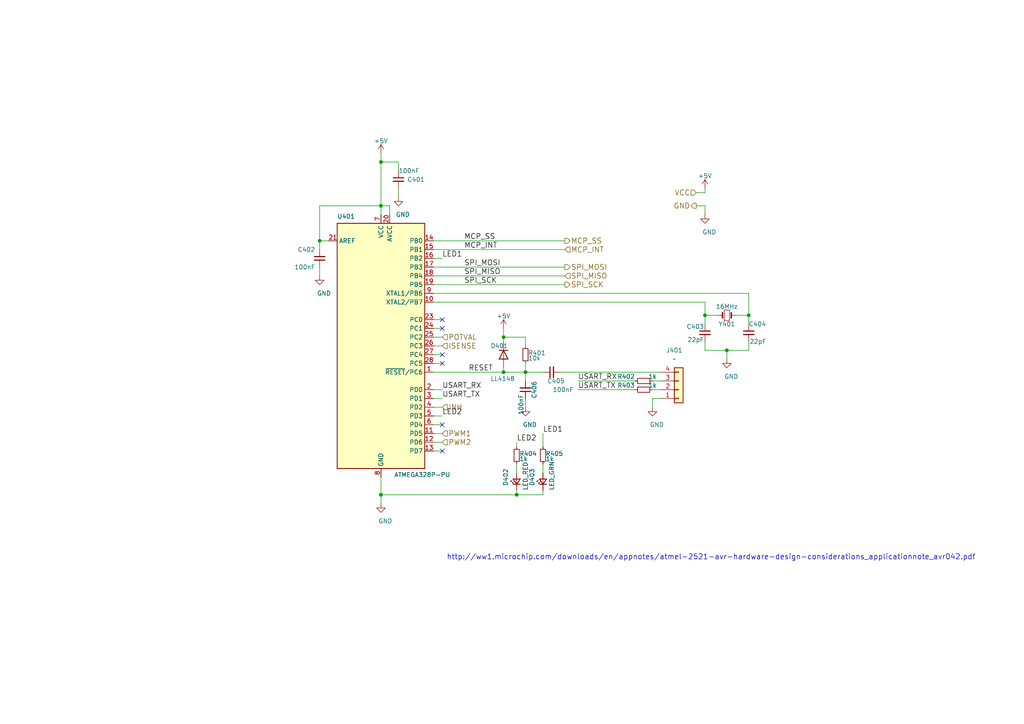
<source format=kicad_sch>
(kicad_sch (version 20211123) (generator eeschema)
  (paper "A4")
  (lib_symbols
    (symbol "Connector_Generic:Conn_01x04" (pin_names (offset 1.016) hide)
      (property "Reference" "J" (at 0 5.08 0))
      (property "Value" "Conn_01x04" (at 0 -7.62 0))
      (symbol "Conn_01x04_1_1"
        (rectangle (start -1.27 -4.953) (end 0 -5.207) (stroke (width 0.1524)))
        (rectangle (start -1.27 -2.413) (end 0 -2.667) (stroke (width 0.1524)))
        (rectangle (start -1.27 0.127) (end 0 -0.127) (stroke (width 0.1524)))
        (rectangle (start -1.27 2.667) (end 0 2.413) (stroke (width 0.1524)))
        (rectangle (start -1.27 3.81) (end 1.27 -6.35) (stroke (width 0.254)) (fill (type background)))
        (pin passive line (at -5.08 2.54 0) (length 3.81) (name "Pin_1") (number "1"))
        (pin passive line (at -5.08 0 0) (length 3.81) (name "Pin_2") (number "2"))
        (pin passive line (at -5.08 -2.54 0) (length 3.81) (name "Pin_3") (number "3"))
        (pin passive line (at -5.08 -5.08 0) (length 3.81) (name "Pin_4") (number "4"))
      )
    )
    (symbol "Device:C_Small" (pin_numbers hide) (pin_names (offset 0.254) hide)
      (property "Reference" "C" (at 0.254 1.778 0))
      (property "Value" "C_Small" (at 0.254 -2.032 0))
      (symbol "C_Small_0_1"
        (polyline (pts (xy -1.524 -0.508) (xy 1.524 -0.508)) (stroke (width 0.3302)))
        (polyline (pts (xy -1.524 0.508) (xy 1.524 0.508)) (stroke (width 0.3048)))
      )
      (symbol "C_Small_1_1"
        (pin passive line (at 0 2.54 270) (length 2.032) (name "~") (number "1"))
        (pin passive line (at 0 -2.54 90) (length 2.032) (name "~") (number "2"))
      )
    )
    (symbol "Device:Crystal_Small" (pin_numbers hide) (pin_names (offset 1.016) hide)
      (property "Reference" "Y" (at 0 2.54 0))
      (property "Value" "Crystal_Small" (at 0 -2.54 0))
      (symbol "Crystal_Small_0_1"
        (rectangle (start -0.762 -1.524) (end 0.762 1.524))
        (polyline (pts (xy -1.27 -0.762) (xy -1.27 0.762)) (stroke (width 0.381)))
        (polyline (pts (xy 1.27 -0.762) (xy 1.27 0.762)) (stroke (width 0.381)))
      )
      (symbol "Crystal_Small_1_1"
        (pin passive line (at -2.54 0 0) (length 1.27) (name "1") (number "1"))
        (pin passive line (at 2.54 0 180) (length 1.27) (name "2") (number "2"))
      )
    )
    (symbol "Device:LED_Small" (pin_numbers hide) (pin_names (offset 0.254) hide)
      (property "Reference" "D" (at -1.27 3.175 0))
      (property "Value" "LED_Small" (at -4.445 -2.54 0))
      (symbol "LED_Small_0_1"
        (polyline (pts (xy -0.762 -1.016) (xy -0.762 1.016)) (stroke (width 0.254)))
        (polyline (pts (xy 1.016 0) (xy -0.762 0)))
        (polyline (pts (xy 0.762 -1.016) (xy -0.762 0) (xy 0.762 1.016) (xy 0.762 -1.016)) (stroke (width 0.254)))
        (polyline (pts (xy 0 0.762) (xy -0.508 1.27) (xy -0.254 1.27) (xy -0.508 1.27) (xy -0.508 1.016)))
        (polyline (pts (xy 0.508 1.27) (xy 0 1.778) (xy 0.254 1.778) (xy 0 1.778) (xy 0 1.524)))
      )
      (symbol "LED_Small_1_1"
        (pin passive line (at -2.54 0 0) (length 1.778) (name "K") (number "1"))
        (pin passive line (at 2.54 0 180) (length 1.778) (name "A") (number "2"))
      )
    )
    (symbol "Device:R_Small" (pin_numbers hide) (pin_names (offset 0.254) hide)
      (property "Reference" "R" (at 0.762 0.508 0))
      (property "Value" "R_Small" (at 0.762 -1.016 0))
      (symbol "R_Small_0_1"
        (rectangle (start -0.762 1.778) (end 0.762 -1.778) (stroke (width 0.2032)))
      )
      (symbol "R_Small_1_1"
        (pin passive line (at 0 2.54 270) (length 0.762) (name "~") (number "1"))
        (pin passive line (at 0 -2.54 90) (length 0.762) (name "~") (number "2"))
      )
    )
    (symbol "Diode:LL4148" (pin_numbers hide) (pin_names (offset 1.016) hide)
      (property "Reference" "D" (at 0 2.54 0))
      (property "Value" "LL4148" (at 0 -2.54 0))
      (symbol "LL4148_0_1"
        (polyline (pts (xy -1.27 1.27) (xy -1.27 -1.27)) (stroke (width 0.254)))
        (polyline (pts (xy 1.27 0) (xy -1.27 0)))
        (polyline (pts (xy 1.27 1.27) (xy 1.27 -1.27) (xy -1.27 0) (xy 1.27 1.27)) (stroke (width 0.254)))
      )
      (symbol "LL4148_1_1"
        (pin passive line (at -3.81 0 0) (length 2.54) (name "K") (number "1"))
        (pin passive line (at 3.81 0 180) (length 2.54) (name "A") (number "2"))
      )
    )
    (symbol "basicsensormodule-rescue:ATmega328P-PU-MCU_Microchip_ATmega"
      (property "Reference" "U" (at -12.7 36.83 0))
      (property "Value" "ATmega328P-PU-MCU_Microchip_ATmega" (at 2.54 -36.83 0))
      (symbol "ATmega328P-PU-MCU_Microchip_ATmega_0_1"
        (rectangle (start -12.7 -35.56) (end 12.7 35.56) (stroke (width 0.254)) (fill (type background)))
      )
      (symbol "ATmega328P-PU-MCU_Microchip_ATmega_1_1"
        (pin tri_state line (at 15.24 -7.62 180) (length 2.54) (name "~{RESET}/PC6") (number "1"))
        (pin tri_state line (at 15.24 12.7 180) (length 2.54) (name "XTAL2/PB7") (number "10"))
        (pin tri_state line (at 15.24 -25.4 180) (length 2.54) (name "PD5") (number "11"))
        (pin tri_state line (at 15.24 -27.94 180) (length 2.54) (name "PD6") (number "12"))
        (pin tri_state line (at 15.24 -30.48 180) (length 2.54) (name "PD7") (number "13"))
        (pin tri_state line (at 15.24 30.48 180) (length 2.54) (name "PB0") (number "14"))
        (pin tri_state line (at 15.24 27.94 180) (length 2.54) (name "PB1") (number "15"))
        (pin tri_state line (at 15.24 25.4 180) (length 2.54) (name "PB2") (number "16"))
        (pin tri_state line (at 15.24 22.86 180) (length 2.54) (name "PB3") (number "17"))
        (pin tri_state line (at 15.24 20.32 180) (length 2.54) (name "PB4") (number "18"))
        (pin tri_state line (at 15.24 17.78 180) (length 2.54) (name "PB5") (number "19"))
        (pin tri_state line (at 15.24 -12.7 180) (length 2.54) (name "PD0") (number "2"))
        (pin power_in line (at 2.54 38.1 270) (length 2.54) (name "AVCC") (number "20"))
        (pin passive line (at -15.24 30.48 0) (length 2.54) (name "AREF") (number "21"))
        (pin passive line (at 0 -38.1 90) (length 2.54) hide (name "GND") (number "22"))
        (pin tri_state line (at 15.24 7.62 180) (length 2.54) (name "PC0") (number "23"))
        (pin tri_state line (at 15.24 5.08 180) (length 2.54) (name "PC1") (number "24"))
        (pin tri_state line (at 15.24 2.54 180) (length 2.54) (name "PC2") (number "25"))
        (pin tri_state line (at 15.24 0 180) (length 2.54) (name "PC3") (number "26"))
        (pin tri_state line (at 15.24 -2.54 180) (length 2.54) (name "PC4") (number "27"))
        (pin tri_state line (at 15.24 -5.08 180) (length 2.54) (name "PC5") (number "28"))
        (pin tri_state line (at 15.24 -15.24 180) (length 2.54) (name "PD1") (number "3"))
        (pin tri_state line (at 15.24 -17.78 180) (length 2.54) (name "PD2") (number "4"))
        (pin tri_state line (at 15.24 -20.32 180) (length 2.54) (name "PD3") (number "5"))
        (pin tri_state line (at 15.24 -22.86 180) (length 2.54) (name "PD4") (number "6"))
        (pin power_in line (at 0 38.1 270) (length 2.54) (name "VCC") (number "7"))
        (pin power_in line (at 0 -38.1 90) (length 2.54) (name "GND") (number "8"))
        (pin tri_state line (at 15.24 15.24 180) (length 2.54) (name "XTAL1/PB6") (number "9"))
      )
    )
    (symbol "power:+5V" (power) (pin_names (offset 0))
      (property "Value" "+5V" (at 0 3.556 0))
      (symbol "+5V_0_1"
        (polyline (pts (xy -0.762 1.27) (xy 0 2.54)))
        (polyline (pts (xy 0 0) (xy 0 2.54)))
        (polyline (pts (xy 0 2.54) (xy 0.762 1.27)))
      )
      (symbol "+5V_1_1"
        (pin power_in line (at 0 0 90) (length 0) hide (name "+5V") (number "1"))
      )
    )
    (symbol "power:GND" (power) (pin_names (offset 0))
      (property "Value" "GND" (at 0 -3.81 0))
      (symbol "GND_0_1"
        (polyline (pts (xy 0 0) (xy 0 -1.27) (xy 1.27 -1.27) (xy 0 -2.54) (xy -1.27 -1.27) (xy 0 -1.27)))
      )
      (symbol "GND_1_1"
        (pin power_in line (at 0 0 270) (length 0) hide (name "GND") (number "1"))
      )
    )
  )
  (junction (at 146.05 97.79))
  (junction (at 146.05 107.95))
  (junction (at 204.47 91.44))
  (junction (at 149.86 143.51))
  (junction (at 152.4 107.95))
  (junction (at 210.82 101.6))
  (junction (at 110.49 46.99))
  (junction (at 92.71 69.85))
  (junction (at 217.17 91.44))
  (junction (at 110.49 59.69))
  (junction (at 110.49 143.51))
  (no_connect (at 128.27 95.25))
  (no_connect (at 128.27 105.41))
  (no_connect (at 128.27 92.71))
  (no_connect (at 128.27 130.81))
  (no_connect (at 128.27 102.87))
  (no_connect (at 128.27 123.19))
  (wire (pts (xy 146.05 99.06) (xy 146.05 97.79)))
  (wire (pts (xy 204.47 101.6) (xy 204.47 99.06)))
  (wire (pts (xy 128.27 74.93) (xy 125.73 74.93)))
  (wire (pts (xy 149.86 128.27) (xy 149.86 129.54)))
  (wire (pts (xy 125.73 87.63) (xy 204.47 87.63)))
  (wire (pts (xy 125.73 113.03) (xy 128.27 113.03)))
  (wire (pts (xy 163.83 69.85) (xy 125.73 69.85)))
  (wire (pts (xy 217.17 101.6) (xy 217.17 99.06)))
  (wire (pts (xy 204.47 55.88) (xy 204.47 54.61)))
  (wire (pts (xy 92.71 77.47) (xy 92.71 80.01)))
  (wire (pts (xy 157.48 142.24) (xy 157.48 143.51)))
  (wire (pts (xy 125.73 123.19) (xy 128.27 123.19)))
  (wire (pts (xy 217.17 85.09) (xy 217.17 91.44)))
  (wire (pts (xy 210.82 104.14) (xy 210.82 101.6)))
  (wire (pts (xy 115.57 49.53) (xy 115.57 46.99)))
  (wire (pts (xy 125.73 130.81) (xy 128.27 130.81)))
  (wire (pts (xy 128.27 125.73) (xy 125.73 125.73)))
  (wire (pts (xy 162.56 107.95) (xy 191.77 107.95)))
  (wire (pts (xy 125.73 72.39) (xy 163.83 72.39)))
  (wire (pts (xy 128.27 128.27) (xy 125.73 128.27)))
  (wire (pts (xy 167.64 113.03) (xy 184.15 113.03)))
  (wire (pts (xy 152.4 115.57) (xy 152.4 118.11)))
  (wire (pts (xy 152.4 105.41) (xy 152.4 107.95)))
  (wire (pts (xy 146.05 107.95) (xy 152.4 107.95)))
  (wire (pts (xy 201.93 55.88) (xy 204.47 55.88)))
  (wire (pts (xy 110.49 46.99) (xy 110.49 59.69)))
  (wire (pts (xy 125.73 107.95) (xy 146.05 107.95)))
  (wire (pts (xy 115.57 46.99) (xy 110.49 46.99)))
  (wire (pts (xy 128.27 115.57) (xy 125.73 115.57)))
  (wire (pts (xy 92.71 59.69) (xy 92.71 69.85)))
  (wire (pts (xy 146.05 97.79) (xy 152.4 97.79)))
  (wire (pts (xy 163.83 80.01) (xy 125.73 80.01)))
  (wire (pts (xy 201.93 59.69) (xy 204.47 59.69)))
  (wire (pts (xy 125.73 100.33) (xy 128.27 100.33)))
  (wire (pts (xy 152.4 107.95) (xy 152.4 110.49)))
  (wire (pts (xy 208.28 91.44) (xy 204.47 91.44)))
  (wire (pts (xy 110.49 59.69) (xy 92.71 59.69)))
  (wire (pts (xy 110.49 143.51) (xy 110.49 146.05)))
  (wire (pts (xy 125.73 102.87) (xy 128.27 102.87)))
  (wire (pts (xy 210.82 101.6) (xy 217.17 101.6)))
  (wire (pts (xy 217.17 91.44) (xy 213.36 91.44)))
  (wire (pts (xy 189.23 115.57) (xy 191.77 115.57)))
  (wire (pts (xy 110.49 59.69) (xy 113.03 59.69)))
  (wire (pts (xy 125.73 85.09) (xy 217.17 85.09)))
  (wire (pts (xy 110.49 138.43) (xy 110.49 143.51)))
  (wire (pts (xy 128.27 118.11) (xy 125.73 118.11)))
  (wire (pts (xy 204.47 59.69) (xy 204.47 62.23)))
  (wire (pts (xy 204.47 91.44) (xy 204.47 93.98)))
  (wire (pts (xy 92.71 69.85) (xy 95.25 69.85)))
  (wire (pts (xy 189.23 110.49) (xy 191.77 110.49)))
  (wire (pts (xy 167.64 110.49) (xy 184.15 110.49)))
  (wire (pts (xy 149.86 142.24) (xy 149.86 143.51)))
  (wire (pts (xy 149.86 134.62) (xy 149.86 137.16)))
  (wire (pts (xy 128.27 120.65) (xy 125.73 120.65)))
  (wire (pts (xy 152.4 107.95) (xy 157.48 107.95)))
  (wire (pts (xy 110.49 62.23) (xy 110.49 59.69)))
  (wire (pts (xy 204.47 101.6) (xy 210.82 101.6)))
  (wire (pts (xy 128.27 105.41) (xy 125.73 105.41)))
  (wire (pts (xy 157.48 125.73) (xy 157.48 129.54)))
  (wire (pts (xy 110.49 46.99) (xy 110.49 44.45)))
  (wire (pts (xy 146.05 95.25) (xy 146.05 97.79)))
  (wire (pts (xy 128.27 92.71) (xy 125.73 92.71)))
  (wire (pts (xy 189.23 118.11) (xy 189.23 115.57)))
  (wire (pts (xy 146.05 106.68) (xy 146.05 107.95)))
  (wire (pts (xy 125.73 82.55) (xy 163.83 82.55)))
  (wire (pts (xy 157.48 134.62) (xy 157.48 137.16)))
  (wire (pts (xy 110.49 143.51) (xy 149.86 143.51)))
  (wire (pts (xy 204.47 87.63) (xy 204.47 91.44)))
  (wire (pts (xy 217.17 91.44) (xy 217.17 93.98)))
  (wire (pts (xy 92.71 69.85) (xy 92.71 72.39)))
  (wire (pts (xy 152.4 100.33) (xy 152.4 97.79)))
  (wire (pts (xy 189.23 113.03) (xy 191.77 113.03)))
  (wire (pts (xy 149.86 143.51) (xy 157.48 143.51)))
  (wire (pts (xy 128.27 95.25) (xy 125.73 95.25)))
  (wire (pts (xy 125.73 77.47) (xy 163.83 77.47)))
  (wire (pts (xy 115.57 57.15) (xy 115.57 54.61)))
  (wire (pts (xy 113.03 62.23) (xy 113.03 59.69)))
  (wire (pts (xy 125.73 97.79) (xy 128.27 97.79)))
  (text "http://ww1.microchip.com/downloads/en/appnotes/atmel-2521-avr-hardware-design-considerations_applicationnote_avr042.pdf" (at 129.54 162.56 0) (effects (font (size 1.524 1.524)) (justify left bottom)))
  (label "USART_TX" (at 128.27 115.57 0) (effects (font (size 1.524 1.524))))
  (label "MCP_INT" (at 134.62 72.39 0) (effects (font (size 1.524 1.524))))
  (label "LED1" (at 157.48 125.73 0) (effects (font (size 1.524 1.524))))
  (label "LED2" (at 149.86 128.27 0) (effects (font (size 1.524 1.524))))
  (label "LED1" (at 128.27 74.93 0) (effects (font (size 1.524 1.524))))
  (label "SPI_MOSI" (at 134.62 77.47 0) (effects (font (size 1.524 1.524))))
  (label "USART_RX" (at 167.64 110.49 0) (effects (font (size 1.524 1.524))))
  (label "USART_RX" (at 128.27 113.03 0) (effects (font (size 1.524 1.524))))
  (label "USART_TX" (at 167.64 113.03 0) (effects (font (size 1.524 1.524))))
  (label "SPI_MISO" (at 134.62 80.01 0) (effects (font (size 1.524 1.524))))
  (label "LED2" (at 128.27 120.65 0) (effects (font (size 1.524 1.524))))
  (label "SPI_SCK" (at 134.62 82.55 0) (effects (font (size 1.524 1.524))))
  (label "MCP_SS" (at 134.62 69.85 0) (effects (font (size 1.524 1.524))))
  (label "RESET" (at 135.89 107.95 0) (effects (font (size 1.524 1.524))))
  (hierarchical_label "PWM2" (shape input) (at 128.27 128.27 0) (effects (font (size 1.524 1.524))))
  (hierarchical_label "SPI_MISO" (shape input) (at 163.83 80.01 0) (effects (font (size 1.524 1.524))))
  (hierarchical_label "VCC" (shape input) (at 201.93 55.88 180) (effects (font (size 1.524 1.524))))
  (hierarchical_label "INH" (shape input) (at 128.27 118.11 0) (effects (font (size 1.524 1.524))))
  (hierarchical_label "SPI_MOSI" (shape output) (at 163.83 77.47 0) (effects (font (size 1.524 1.524))))
  (hierarchical_label "GND" (shape output) (at 201.93 59.69 180) (effects (font (size 1.524 1.524))))
  (hierarchical_label "MCP_INT" (shape input) (at 163.83 72.39 0) (effects (font (size 1.524 1.524))))
  (hierarchical_label "MCP_SS" (shape output) (at 163.83 69.85 0) (effects (font (size 1.524 1.524))))
  (hierarchical_label "PWM1" (shape input) (at 128.27 125.73 0) (effects (font (size 1.524 1.524))))
  (hierarchical_label "ISENSE" (shape input) (at 128.27 100.33 0) (effects (font (size 1.524 1.524))))
  (hierarchical_label "POTVAL" (shape input) (at 128.27 97.79 0) (effects (font (size 1.524 1.524))))
  (hierarchical_label "SPI_SCK" (shape output) (at 163.83 82.55 0) (effects (font (size 1.524 1.524))))
  (symbol (lib_id "basicsensormodule-rescue:ATmega328P-PU-MCU_Microchip_ATmega") (at 110.49 100.33 0) (unit 1)
    (property "Reference" "U401" (at 97.79 63.5 0) (effects (justify left bottom)))
    (property "Value" "ATMEGA328P-PU" (at 114.3 138.43 0) (effects (justify left bottom)))
    (property "Footprint" "Package_DIP:DIP-28_W7.62mm_Socket" (effects hide))
  )
  (symbol (lib_id "Device:Crystal_Small") (at 210.82 91.44 0) (mirror x) (unit 1)
    (property "Reference" "Y401" (at 210.82 93.98 0))
    (property "Value" "16MHz" (at 210.82 88.9 0))
    (property "Footprint" "Crystal:Crystal_HC49-U_Vertical" (effects hide))
    (property "Datasheet" "http://www.farnell.com/datasheets/321153.pdf" (effects hide))
  )
  (symbol (lib_id "Device:C_Small") (at 204.47 96.52 0) (mirror y) (unit 1)
    (property "Reference" "C403" (at 204.216 94.742 0) (effects (justify left)))
    (property "Value" "22pF" (at 204.216 98.552 0) (effects (justify left)))
    (property "Footprint" "Capacitor_SMD:C_0805_2012Metric_Pad1.18x1.45mm_HandSolder" (effects hide))
  )
  (symbol (lib_id "Device:C_Small") (at 217.17 96.52 0) (mirror y) (unit 1)
    (property "Reference" "C404" (at 222.25 93.98 0) (effects (justify left)))
    (property "Value" "22pF" (at 222.25 99.06 0) (effects (justify left)))
    (property "Footprint" "Capacitor_SMD:C_0805_2012Metric_Pad1.18x1.45mm_HandSolder" (effects hide))
  )
  (symbol (lib_id "Device:R_Small") (at 152.4 102.87 0) (unit 1)
    (property "Reference" "R401" (at 153.162 102.362 0) (effects (justify left)))
    (property "Value" "10k" (at 153.162 103.886 0) (effects (justify left)))
    (property "Footprint" "Resistor_SMD:R_0805_2012Metric_Pad1.20x1.40mm_HandSolder" (effects hide))
  )
  (symbol (lib_id "Device:C_Small") (at 152.4 113.03 180) (unit 1)
    (property "Reference" "C406" (at 154.94 110.49 90) (effects (justify left)))
    (property "Value" "100nF" (at 151.13 114.3 90) (effects (justify left)))
    (property "Footprint" "Capacitor_SMD:C_0805_2012Metric_Pad1.18x1.45mm_HandSolder" (effects hide))
  )
  (symbol (lib_id "Device:LED_Small") (at 149.86 139.7 90) (unit 1)
    (property "Reference" "D402" (at 146.685 140.97 0) (effects (justify left)))
    (property "Value" "LED_RED" (at 152.4 142.24 0) (effects (justify left)))
    (property "Footprint" "LED_SMD:LED_0805_2012Metric_Pad1.15x1.40mm_HandSolder" (effects hide))
  )
  (symbol (lib_id "Device:R_Small") (at 149.86 132.08 0) (unit 1)
    (property "Reference" "R404" (at 150.622 131.572 0) (effects (justify left)))
    (property "Value" "1k" (at 150.622 133.096 0) (effects (justify left)))
    (property "Footprint" "Resistor_SMD:R_0805_2012Metric_Pad1.20x1.40mm_HandSolder" (effects hide))
  )
  (symbol (lib_id "Device:R_Small") (at 186.69 110.49 90) (unit 1)
    (property "Reference" "R402" (at 184.15 109.22 90) (effects (justify left)))
    (property "Value" "1k" (at 190.5 109.22 90) (effects (justify left)))
    (property "Footprint" "Resistor_SMD:R_0805_2012Metric_Pad1.20x1.40mm_HandSolder" (effects hide))
  )
  (symbol (lib_id "Device:R_Small") (at 186.69 113.03 90) (unit 1)
    (property "Reference" "R403" (at 184.15 111.76 90) (effects (justify left)))
    (property "Value" "1k" (at 190.5 111.76 90) (effects (justify left)))
    (property "Footprint" "Resistor_SMD:R_0805_2012Metric_Pad1.20x1.40mm_HandSolder" (effects hide))
  )
  (symbol (lib_id "Device:LED_Small") (at 157.48 139.7 90) (unit 1)
    (property "Reference" "D403" (at 154.305 140.97 0) (effects (justify left)))
    (property "Value" "LED_GRN" (at 160.02 142.24 0) (effects (justify left)))
    (property "Footprint" "LED_SMD:LED_0805_2012Metric_Pad1.15x1.40mm_HandSolder" (effects hide))
  )
  (symbol (lib_id "Device:R_Small") (at 157.48 132.08 0) (unit 1)
    (property "Reference" "R405" (at 158.242 131.572 0) (effects (justify left)))
    (property "Value" "1k" (at 158.242 133.096 0) (effects (justify left)))
    (property "Footprint" "Resistor_SMD:R_0805_2012Metric_Pad1.20x1.40mm_HandSolder" (effects hide))
  )
  (symbol (lib_id "Diode:LL4148") (at 146.05 102.87 90) (mirror x) (unit 1)
    (property "Reference" "D401" (at 142.24 100.33 90) (effects (justify right)))
    (property "Value" "LL4148" (at 142.24 109.855 90) (effects (justify right)))
    (property "Footprint" "Diode_SMD:D_MiniMELF" (effects hide))
    (property "Datasheet" "http://www.vishay.com/docs/85557/ll4148.pdf" (effects hide))
  )
  (symbol (lib_id "power:GND") (at 210.82 104.14 0) (unit 1)
    (property "Reference" "#PWR0407" (effects hide))
    (property "Value" "~" (at 212.09 109.22 0))
  )
  (symbol (lib_id "power:GND") (at 110.49 146.05 0) (unit 1)
    (property "Reference" "#PWR0412" (effects hide))
    (property "Value" "~" (at 111.76 151.13 0))
  )
  (symbol (lib_id "power:GND") (at 204.47 62.23 0) (unit 1)
    (property "Reference" "#PWR0404" (effects hide))
    (property "Value" "~" (at 205.74 67.31 0))
  )
  (symbol (lib_id "Connector_Generic:Conn_01x04") (at 196.85 113.03 0) (mirror x) (unit 1)
    (property "Reference" "J401" (at 195.58 101.6 0))
    (property "Value" "~" (at 195.58 104.14 0))
    (property "Footprint" "Connector_PinHeader_2.54mm:PinHeader_1x04_P2.54mm_Vertical" (effects hide))
  )
  (symbol (lib_id "power:GND") (at 152.4 118.11 0) (unit 1)
    (property "Reference" "#PWR0408" (effects hide))
    (property "Value" "~" (at 153.67 123.19 0))
  )
  (symbol (lib_id "Device:C_Small") (at 160.02 107.95 90) (unit 1)
    (property "Reference" "C405" (at 163.83 110.49 90) (effects (justify left)))
    (property "Value" "100nF" (at 166.37 113.03 90) (effects (justify left)))
    (property "Footprint" "Capacitor_SMD:C_0805_2012Metric_Pad1.18x1.45mm_HandSolder" (effects hide))
  )
  (symbol (lib_id "power:GND") (at 189.23 118.11 0) (unit 1)
    (property "Reference" "#PWR0409" (effects hide))
    (property "Value" "~" (at 190.5 123.19 0))
  )
  (symbol (lib_id "Device:C_Small") (at 115.57 52.07 0) (unit 1)
    (property "Reference" "C401" (at 118.11 52.07 0) (effects (justify left)))
    (property "Value" "100nF" (at 115.57 49.53 0) (effects (justify left)))
    (property "Footprint" "Capacitor_SMD:C_0805_2012Metric_Pad1.18x1.45mm_HandSolder" (effects hide))
  )
  (symbol (lib_id "power:GND") (at 115.57 57.15 0) (unit 1)
    (property "Reference" "#PWR0403" (effects hide))
    (property "Value" "~" (at 116.84 62.23 0))
  )
  (symbol (lib_id "Device:C_Small") (at 92.71 74.93 180) (unit 1)
    (property "Reference" "C402" (at 91.44 72.39 0) (effects (justify left)))
    (property "Value" "100nF" (at 91.44 77.47 0) (effects (justify left)))
    (property "Footprint" "Capacitor_SMD:C_0805_2012Metric_Pad1.18x1.45mm_HandSolder" (effects hide))
  )
  (symbol (lib_id "power:GND") (at 92.71 80.01 0) (unit 1)
    (property "Reference" "#PWR0405" (effects hide))
    (property "Value" "~" (at 93.98 85.09 0))
  )
  (symbol (lib_id "power:+5V") (at 146.05 95.25 0) (unit 1)
    (property "Reference" "#PWR0502" (effects hide))
    (property "Value" "+5V" (at 146.05 91.6742 0))
  )
  (symbol (lib_id "power:+5V") (at 110.49 44.45 0) (unit 1)
    (property "Reference" "#PWR0501" (effects hide))
    (property "Value" "+5V" (at 110.49 40.8742 0))
  )
  (symbol (lib_id "power:+5V") (at 204.47 54.61 0) (unit 1)
    (property "Reference" "#PWR0503" (effects hide))
    (property "Value" "+5V" (at 204.47 51.0342 0))
  )
)
</source>
